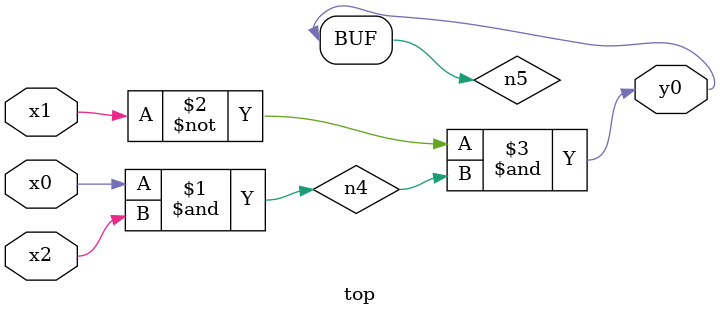
<source format=v>
module top( x0 , x1 , x2 , y0 );
  input x0 , x1 , x2 ;
  output y0 ;
  wire n4 , n5 ;
  assign n4 = x0 & x2 ;
  assign n5 = ~x1 & n4 ;
  assign y0 = n5 ;
endmodule

</source>
